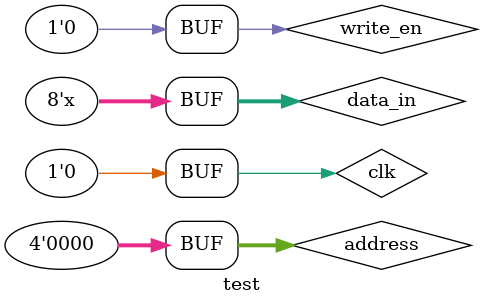
<source format=v>

module RAM_4x8(
    input wire clk,
    input wire write_en,
    input wire [3:0] address,
    input wire [7:0] data_in,
    output reg [7:0] data_out
);

reg [7:0] memory [3:0];

always @(posedge clk) begin
    if (write_en) begin
        memory[address] <= data_in; 
    end
end

always @(negedge clk) begin
    data_out <= memory[address];  
end

endmodule

module test;
    reg clk, write_en;
    reg [3:0] address;
    reg [7:0] data_in;
    wire [7:0] s;

    RAM_4x8 moduleRam (clk, write_en, address, data_in, s); 

    initial begin
        $display("Test Module");
        
        $monitor ("%4d %4d %4d %4b | %4b", clk, write_en, address, data_in, s);
        clk = 1'b1;
        write_en = 1'b1;
        address = 0;
        data_in = 8'b10010100;  

        #10 clk = 1'b0; write_en = 1'b1; address = 0; data_in = 8'bxxxxxxxx;  
        #10 clk = 1'b1; write_en = 1'b1; address = 1; data_in = 8'b11110000;  
        #10 clk = 1'b0; write_en = 1'b0; address = 1; data_in = 8'bxxxxxxxx;
        #10 clk = 1'b1; write_en = 1'b1; address = 2; data_in = 8'b10101010;
        #10 clk = 1'b0; write_en = 1'b0; address = 2; data_in = 8'bxxxxxxxx;
        #10 clk = 1'b1; write_en = 1'b1; address = 3; data_in = 8'b10000011;
        #10 clk = 1'b0; write_en = 1'b0; address = 3; data_in = 8'bxxxxxxxx;
        #10 clk = 1'b1;
        #10 clk = 1'b0; write_en = 1'b0; address = 0; data_in = 8'bxxxxxxxx; 
    end
endmodule

/*
Test Module
   1    1    0 10010100 | xxxxxxxx
   0    1    0 xxxxxxxx | 10010100
   1    1    1 11110000 | 10010100
   0    0    1 xxxxxxxx | 11110000
   1    1    2 10101010 | 11110000
   0    0    2 xxxxxxxx | 10101010
   1    1    3 10000011 | 10101010
   0    0    3 xxxxxxxx | 10000011
   1    0    3 xxxxxxxx | 10000011
   0    0    0 xxxxxxxx | 10010100
*/

</source>
